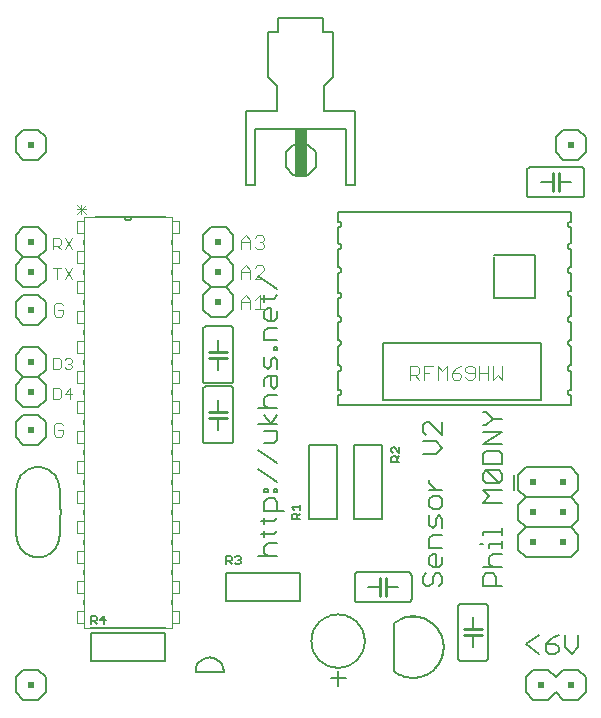
<source format=gto>
G75*
%MOIN*%
%OFA0B0*%
%FSLAX24Y24*%
%IPPOS*%
%LPD*%
%AMOC8*
5,1,8,0,0,1.08239X$1,22.5*
%
%ADD10C,0.0060*%
%ADD11C,0.0030*%
%ADD12C,0.0040*%
%ADD13C,0.0050*%
%ADD14C,0.0080*%
%ADD15R,0.0200X0.0200*%
%ADD16C,0.0000*%
%ADD17C,0.0100*%
%ADD18R,0.0394X0.1604*%
D10*
X003420Y003830D02*
X005940Y003830D01*
X006160Y004610D02*
X006160Y004750D01*
X006160Y005610D02*
X006160Y005750D01*
X006160Y006610D02*
X006160Y006750D01*
X006160Y007610D02*
X006160Y007750D01*
X006160Y008610D02*
X006160Y008750D01*
X006160Y009610D02*
X006160Y009750D01*
X006160Y010610D02*
X006160Y010750D01*
X006160Y011610D02*
X006160Y011750D01*
X006160Y012610D02*
X006160Y012750D01*
X006160Y013610D02*
X006160Y013750D01*
X006160Y014610D02*
X006160Y014750D01*
X006160Y015610D02*
X006160Y015750D01*
X006160Y016610D02*
X006160Y016750D01*
X005940Y017530D02*
X004800Y017530D01*
X004560Y017530D01*
X003590Y017530D01*
X003200Y016750D02*
X003200Y016610D01*
X003200Y015750D02*
X003200Y015610D01*
X003200Y014750D02*
X003200Y014610D01*
X003200Y013750D02*
X003200Y013610D01*
X003200Y012750D02*
X003200Y012610D01*
X003200Y011750D02*
X003200Y011610D01*
X003200Y010750D02*
X003200Y010610D01*
X003200Y009750D02*
X003200Y009610D01*
X003200Y008750D02*
X003200Y008610D01*
X003200Y007750D02*
X003200Y007610D01*
X003200Y006750D02*
X003200Y006610D01*
X003200Y005750D02*
X003200Y005610D01*
X003200Y004750D02*
X003200Y004610D01*
X007280Y009980D02*
X008080Y009980D01*
X008097Y009982D01*
X008114Y009986D01*
X008130Y009993D01*
X008144Y010003D01*
X008157Y010016D01*
X008167Y010030D01*
X008174Y010046D01*
X008178Y010063D01*
X008180Y010080D01*
X008180Y011780D01*
X008178Y011797D01*
X008174Y011814D01*
X008167Y011830D01*
X008157Y011844D01*
X008144Y011857D01*
X008130Y011867D01*
X008114Y011874D01*
X008097Y011878D01*
X008080Y011880D01*
X007280Y011880D01*
X007263Y011878D01*
X007246Y011874D01*
X007230Y011867D01*
X007216Y011857D01*
X007203Y011844D01*
X007193Y011830D01*
X007186Y011814D01*
X007182Y011797D01*
X007180Y011780D01*
X007180Y010080D01*
X007182Y010063D01*
X007186Y010046D01*
X007193Y010030D01*
X007203Y010016D01*
X007216Y010003D01*
X007230Y009993D01*
X007246Y009986D01*
X007263Y009982D01*
X007280Y009980D01*
X007680Y010430D02*
X007680Y010780D01*
X007680Y010830D01*
X007680Y011030D02*
X007680Y011080D01*
X007680Y011430D01*
X007280Y011980D02*
X008080Y011980D01*
X008097Y011982D01*
X008114Y011986D01*
X008130Y011993D01*
X008144Y012003D01*
X008157Y012016D01*
X008167Y012030D01*
X008174Y012046D01*
X008178Y012063D01*
X008180Y012080D01*
X008180Y013780D01*
X008178Y013797D01*
X008174Y013814D01*
X008167Y013830D01*
X008157Y013844D01*
X008144Y013857D01*
X008130Y013867D01*
X008114Y013874D01*
X008097Y013878D01*
X008080Y013880D01*
X007280Y013880D01*
X007263Y013878D01*
X007246Y013874D01*
X007230Y013867D01*
X007216Y013857D01*
X007203Y013844D01*
X007193Y013830D01*
X007186Y013814D01*
X007182Y013797D01*
X007180Y013780D01*
X007180Y012080D01*
X007182Y012063D01*
X007186Y012046D01*
X007193Y012030D01*
X007203Y012016D01*
X007216Y012003D01*
X007230Y011993D01*
X007246Y011986D01*
X007263Y011982D01*
X007280Y011980D01*
X007680Y012430D02*
X007680Y012780D01*
X007680Y012830D01*
X007680Y013030D02*
X007680Y013080D01*
X007680Y013430D01*
X009116Y014803D02*
X009543Y014803D01*
X009650Y014910D01*
X009650Y015126D02*
X009009Y015553D01*
X009223Y014910D02*
X009223Y014697D01*
X009330Y014479D02*
X009436Y014479D01*
X009436Y014052D01*
X009330Y014052D02*
X009543Y014052D01*
X009650Y014159D01*
X009650Y014372D01*
X009330Y014479D02*
X009223Y014372D01*
X009223Y014159D01*
X009330Y014052D01*
X009330Y013835D02*
X009650Y013835D01*
X009650Y013407D02*
X009223Y013407D01*
X009223Y013728D01*
X009330Y013835D01*
X009543Y013192D02*
X009650Y013192D01*
X009650Y013085D01*
X009543Y013085D01*
X009543Y013192D01*
X009543Y012868D02*
X009436Y012761D01*
X009436Y012547D01*
X009330Y012441D01*
X009223Y012547D01*
X009223Y012868D01*
X009543Y012868D02*
X009650Y012761D01*
X009650Y012441D01*
X009650Y012223D02*
X009650Y011903D01*
X009543Y011796D01*
X009436Y011903D01*
X009436Y012223D01*
X009330Y012223D02*
X009223Y012116D01*
X009223Y011903D01*
X009330Y012223D02*
X009650Y012223D01*
X009650Y011579D02*
X009330Y011579D01*
X009223Y011472D01*
X009223Y011258D01*
X009330Y011152D01*
X009223Y010935D02*
X009436Y010614D01*
X009650Y010935D01*
X009650Y011152D02*
X009009Y011152D01*
X009009Y010614D02*
X009650Y010614D01*
X009650Y010397D02*
X009223Y010397D01*
X009223Y009970D02*
X009543Y009970D01*
X009650Y010077D01*
X009650Y010397D01*
X009009Y009752D02*
X009650Y009325D01*
X009650Y008681D02*
X009009Y009108D01*
X009223Y008465D02*
X009330Y008465D01*
X009330Y008358D01*
X009223Y008358D01*
X009223Y008465D01*
X009543Y008465D02*
X009650Y008465D01*
X009650Y008358D01*
X009543Y008358D01*
X009543Y008465D01*
X009543Y008141D02*
X009330Y008141D01*
X009223Y008034D01*
X009223Y007714D01*
X009864Y007714D01*
X009650Y007714D02*
X009650Y008034D01*
X009543Y008141D01*
X009650Y007498D02*
X009543Y007391D01*
X009116Y007391D01*
X009223Y007284D02*
X009223Y007498D01*
X009223Y007068D02*
X009223Y006855D01*
X009116Y006961D02*
X009543Y006961D01*
X009650Y007068D01*
X009650Y006637D02*
X009330Y006637D01*
X009223Y006530D01*
X009223Y006317D01*
X009330Y006210D01*
X009650Y006210D02*
X009009Y006210D01*
X011680Y004270D02*
X011622Y004268D01*
X011564Y004262D01*
X011507Y004253D01*
X011451Y004240D01*
X011396Y004223D01*
X011341Y004203D01*
X011289Y004179D01*
X011238Y004151D01*
X011188Y004121D01*
X011141Y004087D01*
X011096Y004050D01*
X011054Y004011D01*
X011015Y003969D01*
X010978Y003924D01*
X010944Y003877D01*
X010914Y003828D01*
X010886Y003776D01*
X010862Y003724D01*
X010842Y003669D01*
X010825Y003614D01*
X010812Y003558D01*
X010803Y003501D01*
X010797Y003443D01*
X010795Y003385D01*
X010797Y003327D01*
X010803Y003269D01*
X010812Y003212D01*
X010825Y003156D01*
X010842Y003101D01*
X010862Y003046D01*
X010886Y002994D01*
X010914Y002943D01*
X010944Y002893D01*
X010978Y002846D01*
X011015Y002801D01*
X011054Y002759D01*
X011096Y002720D01*
X011141Y002683D01*
X011188Y002649D01*
X011237Y002619D01*
X011289Y002591D01*
X011341Y002567D01*
X011396Y002547D01*
X011451Y002530D01*
X011507Y002517D01*
X011564Y002508D01*
X011622Y002502D01*
X011680Y002500D01*
X011680Y002400D02*
X011680Y001900D01*
X011680Y002400D01*
X011430Y002150D02*
X011930Y002150D01*
X011430Y002150D01*
X011680Y002500D02*
X011738Y002502D01*
X011796Y002508D01*
X011853Y002517D01*
X011909Y002530D01*
X011964Y002547D01*
X012019Y002567D01*
X012071Y002591D01*
X012123Y002619D01*
X012172Y002649D01*
X012219Y002683D01*
X012264Y002720D01*
X012306Y002759D01*
X012345Y002801D01*
X012382Y002846D01*
X012416Y002893D01*
X012446Y002943D01*
X012474Y002994D01*
X012498Y003046D01*
X012518Y003101D01*
X012535Y003156D01*
X012548Y003212D01*
X012557Y003269D01*
X012563Y003327D01*
X012565Y003385D01*
X012563Y003443D01*
X012557Y003501D01*
X012548Y003558D01*
X012535Y003614D01*
X012518Y003669D01*
X012498Y003724D01*
X012474Y003776D01*
X012446Y003828D01*
X012416Y003877D01*
X012382Y003924D01*
X012345Y003969D01*
X012306Y004011D01*
X012264Y004050D01*
X012219Y004087D01*
X012172Y004121D01*
X012122Y004151D01*
X012071Y004179D01*
X012019Y004203D01*
X011964Y004223D01*
X011909Y004240D01*
X011853Y004253D01*
X011796Y004262D01*
X011738Y004268D01*
X011680Y004270D01*
X012230Y004780D02*
X012230Y005580D01*
X012232Y005597D01*
X012236Y005614D01*
X012243Y005630D01*
X012253Y005644D01*
X012266Y005657D01*
X012280Y005667D01*
X012296Y005674D01*
X012313Y005678D01*
X012330Y005680D01*
X014030Y005680D01*
X014047Y005678D01*
X014064Y005674D01*
X014080Y005667D01*
X014094Y005657D01*
X014107Y005644D01*
X014117Y005630D01*
X014124Y005614D01*
X014128Y005597D01*
X014130Y005580D01*
X014130Y004780D01*
X014128Y004763D01*
X014124Y004746D01*
X014117Y004730D01*
X014107Y004716D01*
X014094Y004703D01*
X014080Y004693D01*
X014064Y004686D01*
X014047Y004682D01*
X014030Y004680D01*
X012330Y004680D01*
X012313Y004682D01*
X012296Y004686D01*
X012280Y004693D01*
X012266Y004703D01*
X012253Y004716D01*
X012243Y004730D01*
X012236Y004746D01*
X012232Y004763D01*
X012230Y004780D01*
X012680Y005180D02*
X013030Y005180D01*
X013080Y005180D01*
X013280Y005180D02*
X013330Y005180D01*
X013680Y005180D01*
X014509Y005317D02*
X014616Y005210D01*
X014723Y005210D01*
X014830Y005317D01*
X014830Y005530D01*
X014936Y005637D01*
X015043Y005637D01*
X015150Y005530D01*
X015150Y005317D01*
X015043Y005210D01*
X014616Y005637D02*
X014509Y005530D01*
X014509Y005317D01*
X014830Y005855D02*
X014723Y005961D01*
X014723Y006175D01*
X014830Y006282D01*
X014936Y006282D01*
X014936Y005855D01*
X014830Y005855D02*
X015043Y005855D01*
X015150Y005961D01*
X015150Y006175D01*
X015150Y006499D02*
X014723Y006499D01*
X014723Y006819D01*
X014830Y006926D01*
X015150Y006926D01*
X015150Y007144D02*
X015150Y007464D01*
X015043Y007571D01*
X014936Y007464D01*
X014936Y007250D01*
X014830Y007144D01*
X014723Y007250D01*
X014723Y007571D01*
X014830Y007788D02*
X014723Y007895D01*
X014723Y008108D01*
X014830Y008215D01*
X015043Y008215D01*
X015150Y008108D01*
X015150Y007895D01*
X015043Y007788D01*
X014830Y007788D01*
X014936Y008433D02*
X014723Y008646D01*
X014723Y008753D01*
X014723Y008433D02*
X015150Y008433D01*
X014936Y009614D02*
X014509Y009614D01*
X014509Y010041D02*
X014936Y010041D01*
X015150Y009828D01*
X014936Y009614D01*
X015150Y010259D02*
X014723Y010686D01*
X014616Y010686D01*
X014509Y010579D01*
X014509Y010366D01*
X014616Y010259D01*
X015150Y010259D02*
X015150Y010686D01*
X016509Y010581D02*
X016616Y010581D01*
X016830Y010795D01*
X017150Y010795D01*
X016830Y010795D02*
X016616Y011008D01*
X016509Y011008D01*
X016509Y010364D02*
X017150Y010364D01*
X016509Y009937D01*
X017150Y009937D01*
X017043Y009719D02*
X017150Y009612D01*
X017150Y009292D01*
X016509Y009292D01*
X016509Y009612D01*
X016616Y009719D01*
X017043Y009719D01*
X017043Y009075D02*
X016616Y009075D01*
X017043Y008648D01*
X017150Y008754D01*
X017150Y008968D01*
X017043Y009075D01*
X016616Y009075D02*
X016509Y008968D01*
X016509Y008754D01*
X016616Y008648D01*
X017043Y008648D01*
X017150Y008430D02*
X016509Y008430D01*
X016723Y008217D01*
X016509Y008003D01*
X017150Y008003D01*
X017150Y007142D02*
X017150Y006929D01*
X017150Y007036D02*
X016509Y007036D01*
X016509Y006929D01*
X016509Y006606D02*
X016403Y006606D01*
X016723Y006606D02*
X016723Y006499D01*
X016723Y006606D02*
X017150Y006606D01*
X017150Y006499D02*
X017150Y006713D01*
X017150Y006282D02*
X016830Y006282D01*
X016723Y006175D01*
X016723Y005961D01*
X016830Y005855D01*
X016830Y005637D02*
X016616Y005637D01*
X016509Y005530D01*
X016509Y005210D01*
X017150Y005210D01*
X016936Y005210D02*
X016936Y005530D01*
X016830Y005637D01*
X017150Y005855D02*
X016509Y005855D01*
X016580Y004630D02*
X015780Y004630D01*
X015763Y004628D01*
X015746Y004624D01*
X015730Y004617D01*
X015716Y004607D01*
X015703Y004594D01*
X015693Y004580D01*
X015686Y004564D01*
X015682Y004547D01*
X015680Y004530D01*
X015680Y002830D01*
X015682Y002813D01*
X015686Y002796D01*
X015693Y002780D01*
X015703Y002766D01*
X015716Y002753D01*
X015730Y002743D01*
X015746Y002736D01*
X015763Y002732D01*
X015780Y002730D01*
X016580Y002730D01*
X016597Y002732D01*
X016614Y002736D01*
X016630Y002743D01*
X016644Y002753D01*
X016657Y002766D01*
X016667Y002780D01*
X016674Y002796D01*
X016678Y002813D01*
X016680Y002830D01*
X016680Y004530D01*
X016678Y004547D01*
X016674Y004564D01*
X016667Y004580D01*
X016657Y004594D01*
X016644Y004607D01*
X016630Y004617D01*
X016614Y004624D01*
X016597Y004628D01*
X016580Y004630D01*
X016180Y004180D02*
X016180Y003830D01*
X016180Y003780D01*
X016180Y003580D02*
X016180Y003530D01*
X016180Y003180D01*
X017960Y003280D02*
X018387Y002960D01*
X018605Y003067D02*
X018605Y003280D01*
X018925Y003280D01*
X019032Y003174D01*
X019032Y003067D01*
X018925Y002960D01*
X018711Y002960D01*
X018605Y003067D01*
X018605Y003280D02*
X018818Y003494D01*
X019032Y003601D01*
X019249Y003601D02*
X019249Y003174D01*
X019463Y002960D01*
X019676Y003174D01*
X019676Y003601D01*
X018387Y003601D02*
X017960Y003280D01*
X013560Y003990D02*
X013612Y004027D01*
X013665Y004060D01*
X013720Y004091D01*
X013778Y004117D01*
X013836Y004141D01*
X013896Y004160D01*
X013957Y004176D01*
X014019Y004188D01*
X014082Y004196D01*
X014145Y004200D01*
X014208Y004201D01*
X014271Y004197D01*
X014334Y004190D01*
X014396Y004178D01*
X014457Y004163D01*
X014517Y004144D01*
X014576Y004122D01*
X014634Y004096D01*
X014689Y004066D01*
X014743Y004033D01*
X014795Y003997D01*
X014844Y003957D01*
X014891Y003915D01*
X014935Y003870D01*
X014976Y003822D01*
X015014Y003772D01*
X015049Y003719D01*
X015081Y003665D01*
X015109Y003608D01*
X015134Y003550D01*
X015155Y003491D01*
X015172Y003430D01*
X015185Y003368D01*
X015195Y003306D01*
X015201Y003243D01*
X015203Y003180D01*
X015201Y003117D01*
X015195Y003054D01*
X015185Y002992D01*
X015172Y002930D01*
X015155Y002869D01*
X015134Y002810D01*
X015109Y002752D01*
X015081Y002695D01*
X015049Y002641D01*
X015014Y002588D01*
X014976Y002538D01*
X014935Y002490D01*
X014891Y002445D01*
X014844Y002403D01*
X014795Y002363D01*
X014743Y002327D01*
X014689Y002294D01*
X014634Y002264D01*
X014576Y002238D01*
X014517Y002216D01*
X014457Y002197D01*
X014396Y002182D01*
X014334Y002170D01*
X014271Y002163D01*
X014208Y002159D01*
X014145Y002160D01*
X014082Y002164D01*
X014019Y002172D01*
X013957Y002184D01*
X013896Y002200D01*
X013836Y002219D01*
X013778Y002243D01*
X013720Y002269D01*
X013665Y002300D01*
X013612Y002333D01*
X013560Y002370D01*
X013560Y003990D01*
X013560Y003250D02*
X013560Y003090D01*
X013740Y004110D02*
X013798Y004136D01*
X013857Y004157D01*
X013918Y004175D01*
X013979Y004189D01*
X014042Y004199D01*
X014104Y004205D01*
X014168Y004208D01*
X014231Y004207D01*
X014294Y004201D01*
X014356Y004192D01*
X014418Y004179D01*
X014479Y004162D01*
X014539Y004142D01*
X014597Y004118D01*
X014654Y004090D01*
X014709Y004059D01*
X014761Y004024D01*
X014812Y003986D01*
X014860Y003946D01*
X014906Y003902D01*
X014949Y003856D01*
X014989Y003807D01*
X015026Y003755D01*
X015059Y003702D01*
X015090Y003647D01*
X015116Y003589D01*
X015140Y003531D01*
X015159Y003471D01*
X015175Y003409D01*
X015187Y003347D01*
X015195Y003285D01*
X015199Y003222D01*
X015200Y003159D01*
X015196Y003096D01*
X015189Y003033D01*
X015178Y002971D01*
X015162Y002909D01*
X015144Y002849D01*
X015121Y002790D01*
X015095Y002732D01*
X015065Y002677D01*
X015033Y002623D01*
X014996Y002571D01*
X014957Y002522D01*
X014915Y002475D01*
X014870Y002431D01*
X014822Y002389D01*
X014772Y002351D01*
X014719Y002316D01*
X014664Y002284D01*
X014608Y002256D01*
X014550Y002231D01*
X014491Y002210D01*
X014430Y002192D01*
X014368Y002178D01*
X014306Y002168D01*
X014243Y002162D01*
X014180Y002160D01*
X014122Y002162D01*
X014065Y002166D01*
X014007Y002174D01*
X013950Y002185D01*
X013894Y002200D01*
X013838Y002217D01*
X013784Y002237D01*
X013730Y002260D01*
X011680Y002500D02*
X011622Y002502D01*
X011564Y002508D01*
X011507Y002517D01*
X011451Y002530D01*
X011396Y002547D01*
X011341Y002567D01*
X011289Y002591D01*
X011237Y002619D01*
X011188Y002649D01*
X011141Y002683D01*
X011096Y002720D01*
X011054Y002759D01*
X011015Y002801D01*
X010978Y002846D01*
X010944Y002893D01*
X010914Y002943D01*
X010886Y002994D01*
X010862Y003046D01*
X010842Y003101D01*
X010825Y003156D01*
X010812Y003212D01*
X010803Y003269D01*
X010797Y003327D01*
X010795Y003385D01*
X010797Y003443D01*
X010803Y003501D01*
X010812Y003558D01*
X010825Y003614D01*
X010842Y003669D01*
X010862Y003724D01*
X010886Y003776D01*
X010914Y003828D01*
X010944Y003877D01*
X010978Y003924D01*
X011015Y003969D01*
X011054Y004011D01*
X011096Y004050D01*
X011141Y004087D01*
X011188Y004121D01*
X011238Y004151D01*
X011289Y004179D01*
X011341Y004203D01*
X011396Y004223D01*
X011451Y004240D01*
X011507Y004253D01*
X011564Y004262D01*
X011622Y004268D01*
X011680Y004270D01*
X011738Y004268D01*
X011796Y004262D01*
X011853Y004253D01*
X011909Y004240D01*
X011964Y004223D01*
X012019Y004203D01*
X012071Y004179D01*
X012122Y004151D01*
X012172Y004121D01*
X012219Y004087D01*
X012264Y004050D01*
X012306Y004011D01*
X012345Y003969D01*
X012382Y003924D01*
X012416Y003877D01*
X012446Y003828D01*
X012474Y003776D01*
X012498Y003724D01*
X012518Y003669D01*
X012535Y003614D01*
X012548Y003558D01*
X012557Y003501D01*
X012563Y003443D01*
X012565Y003385D01*
X012563Y003327D01*
X012557Y003269D01*
X012548Y003212D01*
X012535Y003156D01*
X012518Y003101D01*
X012498Y003046D01*
X012474Y002994D01*
X012446Y002943D01*
X012416Y002893D01*
X012382Y002846D01*
X012345Y002801D01*
X012306Y002759D01*
X012264Y002720D01*
X012219Y002683D01*
X012172Y002649D01*
X012123Y002619D01*
X012071Y002591D01*
X012019Y002567D01*
X011964Y002547D01*
X011909Y002530D01*
X011853Y002517D01*
X011796Y002508D01*
X011738Y002502D01*
X011680Y002500D01*
X004800Y017530D02*
X004798Y017509D01*
X004793Y017489D01*
X004784Y017470D01*
X004772Y017453D01*
X004757Y017438D01*
X004740Y017426D01*
X004721Y017417D01*
X004701Y017412D01*
X004680Y017410D01*
X004659Y017412D01*
X004639Y017417D01*
X004620Y017426D01*
X004603Y017438D01*
X004588Y017453D01*
X004576Y017470D01*
X004567Y017489D01*
X004562Y017509D01*
X004560Y017530D01*
X017980Y018280D02*
X017980Y019080D01*
X017982Y019097D01*
X017986Y019114D01*
X017993Y019130D01*
X018003Y019144D01*
X018016Y019157D01*
X018030Y019167D01*
X018046Y019174D01*
X018063Y019178D01*
X018080Y019180D01*
X019780Y019180D01*
X019797Y019178D01*
X019814Y019174D01*
X019830Y019167D01*
X019844Y019157D01*
X019857Y019144D01*
X019867Y019130D01*
X019874Y019114D01*
X019878Y019097D01*
X019880Y019080D01*
X019880Y018280D01*
X019878Y018263D01*
X019874Y018246D01*
X019867Y018230D01*
X019857Y018216D01*
X019844Y018203D01*
X019830Y018193D01*
X019814Y018186D01*
X019797Y018182D01*
X019780Y018180D01*
X018080Y018180D01*
X018063Y018182D01*
X018046Y018186D01*
X018030Y018193D01*
X018016Y018203D01*
X018003Y018216D01*
X017993Y018230D01*
X017986Y018246D01*
X017982Y018263D01*
X017980Y018280D01*
X018430Y018680D02*
X018780Y018680D01*
X018830Y018680D01*
X019030Y018680D02*
X019080Y018680D01*
X019430Y018680D01*
D11*
X003279Y017927D02*
X002965Y017613D01*
X003279Y017927D01*
X003279Y017770D02*
X002965Y017770D01*
X003279Y017770D01*
X003279Y017613D02*
X002965Y017927D01*
X003279Y017613D01*
X003122Y017613D02*
X003122Y017927D01*
X003122Y017613D01*
X002810Y016815D02*
X002563Y016445D01*
X002442Y016445D02*
X002318Y016568D01*
X002380Y016568D02*
X002195Y016568D01*
X002195Y016445D02*
X002195Y016815D01*
X002380Y016815D01*
X002442Y016754D01*
X002442Y016630D01*
X002380Y016568D01*
X002563Y016815D02*
X002810Y016445D01*
X002810Y015815D02*
X002563Y015445D01*
X002318Y015445D02*
X002318Y015815D01*
X002195Y015815D02*
X002442Y015815D01*
X002563Y015815D02*
X002810Y015445D01*
X002748Y012815D02*
X002810Y012754D01*
X002810Y012692D01*
X002748Y012630D01*
X002810Y012568D01*
X002810Y012507D01*
X002748Y012445D01*
X002625Y012445D01*
X002563Y012507D01*
X002442Y012507D02*
X002442Y012754D01*
X002380Y012815D01*
X002195Y012815D01*
X002195Y012445D01*
X002380Y012445D01*
X002442Y012507D01*
X002687Y012630D02*
X002748Y012630D01*
X002748Y012815D02*
X002625Y012815D01*
X002563Y012754D01*
X002380Y011815D02*
X002195Y011815D01*
X002195Y011445D01*
X002380Y011445D01*
X002442Y011507D01*
X002442Y011754D01*
X002380Y011815D01*
X002563Y011630D02*
X002810Y011630D01*
X002748Y011445D02*
X002748Y011815D01*
X002563Y011630D01*
D12*
X002430Y010660D02*
X002277Y010660D01*
X002200Y010584D01*
X002200Y010277D01*
X002277Y010200D01*
X002430Y010200D01*
X002507Y010277D01*
X002507Y010430D01*
X002353Y010430D01*
X002507Y010584D02*
X002430Y010660D01*
X002430Y014200D02*
X002277Y014200D01*
X002200Y014277D01*
X002200Y014584D01*
X002277Y014660D01*
X002430Y014660D01*
X002507Y014584D01*
X002507Y014430D02*
X002353Y014430D01*
X002507Y014430D02*
X002507Y014277D01*
X002430Y014200D01*
X008450Y014450D02*
X008450Y014757D01*
X008603Y014910D01*
X008757Y014757D01*
X008757Y014450D01*
X008910Y014450D02*
X009217Y014450D01*
X009064Y014450D02*
X009064Y014910D01*
X008910Y014757D01*
X008757Y014680D02*
X008450Y014680D01*
X008450Y015450D02*
X008450Y015757D01*
X008603Y015910D01*
X008757Y015757D01*
X008757Y015450D01*
X008910Y015450D02*
X009217Y015757D01*
X009217Y015834D01*
X009141Y015910D01*
X008987Y015910D01*
X008910Y015834D01*
X008757Y015680D02*
X008450Y015680D01*
X008910Y015450D02*
X009217Y015450D01*
X009141Y016450D02*
X008987Y016450D01*
X008910Y016527D01*
X008757Y016450D02*
X008757Y016757D01*
X008603Y016910D01*
X008450Y016757D01*
X008450Y016450D01*
X008450Y016680D02*
X008757Y016680D01*
X008910Y016834D02*
X008987Y016910D01*
X009141Y016910D01*
X009217Y016834D01*
X009217Y016757D01*
X009141Y016680D01*
X009217Y016603D01*
X009217Y016527D01*
X009141Y016450D01*
X009141Y016680D02*
X009064Y016680D01*
X014086Y012555D02*
X014086Y012094D01*
X014086Y012248D02*
X014316Y012248D01*
X014392Y012324D01*
X014392Y012478D01*
X014316Y012555D01*
X014086Y012555D01*
X014239Y012248D02*
X014392Y012094D01*
X014546Y012094D02*
X014546Y012555D01*
X014853Y012555D01*
X015006Y012555D02*
X015160Y012401D01*
X015313Y012555D01*
X015313Y012094D01*
X015467Y012171D02*
X015543Y012094D01*
X015697Y012094D01*
X015774Y012171D01*
X015774Y012248D01*
X015697Y012324D01*
X015467Y012324D01*
X015467Y012171D01*
X015467Y012324D02*
X015620Y012478D01*
X015774Y012555D01*
X015927Y012478D02*
X015927Y012401D01*
X016004Y012324D01*
X016234Y012324D01*
X016234Y012171D02*
X016234Y012478D01*
X016157Y012555D01*
X016004Y012555D01*
X015927Y012478D01*
X015927Y012171D02*
X016004Y012094D01*
X016157Y012094D01*
X016234Y012171D01*
X016387Y012094D02*
X016387Y012555D01*
X016387Y012324D02*
X016694Y012324D01*
X016694Y012094D02*
X016694Y012555D01*
X016848Y012555D02*
X016848Y012094D01*
X017001Y012248D01*
X017155Y012094D01*
X017155Y012555D01*
X015006Y012555D02*
X015006Y012094D01*
X014699Y012324D02*
X014546Y012324D01*
D13*
X013180Y011430D02*
X018430Y011430D01*
X018430Y013305D01*
X013180Y013305D01*
X013180Y011430D01*
X011693Y011570D02*
X011693Y011256D01*
X019430Y011256D01*
X019430Y011570D01*
X019412Y011572D01*
X019395Y011577D01*
X019378Y011585D01*
X019364Y011596D01*
X019352Y011609D01*
X019342Y011624D01*
X019336Y011641D01*
X019332Y011659D01*
X019332Y011677D01*
X019336Y011695D01*
X019342Y011712D01*
X019352Y011727D01*
X019364Y011740D01*
X019378Y011751D01*
X019395Y011759D01*
X019412Y011764D01*
X019430Y011766D01*
X019430Y011767D02*
X019430Y012382D01*
X019430Y012383D02*
X019412Y012385D01*
X019395Y012390D01*
X019378Y012398D01*
X019364Y012409D01*
X019352Y012422D01*
X019342Y012437D01*
X019336Y012454D01*
X019332Y012472D01*
X019332Y012490D01*
X019336Y012508D01*
X019342Y012525D01*
X019352Y012540D01*
X019364Y012553D01*
X019378Y012564D01*
X019395Y012572D01*
X019412Y012577D01*
X019430Y012579D01*
X019430Y013232D01*
X019430Y013233D02*
X019412Y013235D01*
X019395Y013240D01*
X019378Y013248D01*
X019364Y013259D01*
X019352Y013272D01*
X019342Y013287D01*
X019336Y013304D01*
X019332Y013322D01*
X019332Y013340D01*
X019336Y013358D01*
X019342Y013375D01*
X019352Y013390D01*
X019364Y013403D01*
X019378Y013414D01*
X019395Y013422D01*
X019412Y013427D01*
X019430Y013429D01*
X019430Y014020D01*
X019412Y014022D01*
X019395Y014027D01*
X019378Y014035D01*
X019364Y014046D01*
X019352Y014059D01*
X019342Y014074D01*
X019336Y014091D01*
X019332Y014109D01*
X019332Y014127D01*
X019336Y014145D01*
X019342Y014162D01*
X019352Y014177D01*
X019364Y014190D01*
X019378Y014201D01*
X019395Y014209D01*
X019412Y014214D01*
X019430Y014216D01*
X019430Y014869D01*
X019430Y014870D02*
X019412Y014872D01*
X019395Y014877D01*
X019378Y014885D01*
X019364Y014896D01*
X019352Y014909D01*
X019342Y014924D01*
X019336Y014941D01*
X019332Y014959D01*
X019332Y014977D01*
X019336Y014995D01*
X019342Y015012D01*
X019352Y015027D01*
X019364Y015040D01*
X019378Y015051D01*
X019395Y015059D01*
X019412Y015064D01*
X019430Y015066D01*
X019430Y015657D01*
X019412Y015659D01*
X019395Y015664D01*
X019378Y015672D01*
X019364Y015683D01*
X019352Y015696D01*
X019342Y015711D01*
X019336Y015728D01*
X019332Y015746D01*
X019332Y015764D01*
X019336Y015782D01*
X019342Y015799D01*
X019352Y015814D01*
X019364Y015827D01*
X019378Y015838D01*
X019395Y015846D01*
X019412Y015851D01*
X019430Y015853D01*
X019430Y015854D02*
X019430Y016444D01*
X019430Y016445D02*
X019412Y016447D01*
X019395Y016452D01*
X019378Y016460D01*
X019364Y016471D01*
X019352Y016484D01*
X019342Y016499D01*
X019336Y016516D01*
X019332Y016534D01*
X019332Y016552D01*
X019336Y016570D01*
X019342Y016587D01*
X019352Y016602D01*
X019364Y016615D01*
X019378Y016626D01*
X019395Y016634D01*
X019412Y016639D01*
X019430Y016641D01*
X019430Y017169D01*
X019430Y017170D02*
X019412Y017172D01*
X019395Y017177D01*
X019378Y017185D01*
X019364Y017196D01*
X019352Y017209D01*
X019342Y017224D01*
X019336Y017241D01*
X019332Y017259D01*
X019332Y017277D01*
X019336Y017295D01*
X019342Y017312D01*
X019352Y017327D01*
X019364Y017340D01*
X019378Y017351D01*
X019395Y017359D01*
X019412Y017364D01*
X019430Y017366D01*
X019430Y017680D01*
X011693Y017680D01*
X011693Y017366D01*
X011711Y017364D01*
X011728Y017359D01*
X011745Y017351D01*
X011759Y017340D01*
X011771Y017327D01*
X011781Y017312D01*
X011787Y017295D01*
X011791Y017277D01*
X011791Y017259D01*
X011787Y017241D01*
X011781Y017224D01*
X011771Y017209D01*
X011759Y017196D01*
X011745Y017185D01*
X011728Y017177D01*
X011711Y017172D01*
X011693Y017170D01*
X011693Y017169D02*
X011693Y016641D01*
X011711Y016639D01*
X011728Y016634D01*
X011745Y016626D01*
X011759Y016615D01*
X011771Y016602D01*
X011781Y016587D01*
X011787Y016570D01*
X011791Y016552D01*
X011791Y016534D01*
X011787Y016516D01*
X011781Y016499D01*
X011771Y016484D01*
X011759Y016471D01*
X011745Y016460D01*
X011728Y016452D01*
X011711Y016447D01*
X011693Y016445D01*
X011693Y016444D02*
X011693Y015854D01*
X011693Y015853D02*
X011711Y015851D01*
X011728Y015846D01*
X011745Y015838D01*
X011759Y015827D01*
X011771Y015814D01*
X011781Y015799D01*
X011787Y015782D01*
X011791Y015764D01*
X011791Y015746D01*
X011787Y015728D01*
X011781Y015711D01*
X011771Y015696D01*
X011759Y015683D01*
X011745Y015672D01*
X011728Y015664D01*
X011711Y015659D01*
X011693Y015657D01*
X011693Y015004D01*
X011693Y015003D02*
X011711Y015001D01*
X011728Y014996D01*
X011745Y014988D01*
X011759Y014977D01*
X011771Y014964D01*
X011781Y014949D01*
X011787Y014932D01*
X011791Y014914D01*
X011791Y014896D01*
X011787Y014878D01*
X011781Y014861D01*
X011771Y014846D01*
X011759Y014833D01*
X011745Y014822D01*
X011728Y014814D01*
X011711Y014809D01*
X011693Y014807D01*
X011693Y014216D01*
X011711Y014214D01*
X011728Y014209D01*
X011745Y014201D01*
X011759Y014190D01*
X011771Y014177D01*
X011781Y014162D01*
X011787Y014145D01*
X011791Y014127D01*
X011791Y014109D01*
X011787Y014091D01*
X011781Y014074D01*
X011771Y014059D01*
X011759Y014046D01*
X011745Y014035D01*
X011728Y014027D01*
X011711Y014022D01*
X011693Y014020D01*
X011693Y013429D01*
X011711Y013427D01*
X011728Y013422D01*
X011745Y013414D01*
X011759Y013403D01*
X011771Y013390D01*
X011781Y013375D01*
X011787Y013358D01*
X011791Y013340D01*
X011791Y013322D01*
X011787Y013304D01*
X011781Y013287D01*
X011771Y013272D01*
X011759Y013259D01*
X011745Y013248D01*
X011728Y013240D01*
X011711Y013235D01*
X011693Y013233D01*
X011693Y013232D02*
X011693Y012579D01*
X011711Y012577D01*
X011728Y012572D01*
X011745Y012564D01*
X011759Y012553D01*
X011771Y012540D01*
X011781Y012525D01*
X011787Y012508D01*
X011791Y012490D01*
X011791Y012472D01*
X011787Y012454D01*
X011781Y012437D01*
X011771Y012422D01*
X011759Y012409D01*
X011745Y012398D01*
X011728Y012390D01*
X011711Y012385D01*
X011693Y012383D01*
X011693Y012382D02*
X011693Y011767D01*
X011693Y011766D02*
X011711Y011764D01*
X011728Y011759D01*
X011745Y011751D01*
X011759Y011740D01*
X011771Y011727D01*
X011781Y011712D01*
X011787Y011695D01*
X011791Y011677D01*
X011791Y011659D01*
X011787Y011641D01*
X011781Y011624D01*
X011771Y011609D01*
X011759Y011596D01*
X011745Y011585D01*
X011728Y011577D01*
X011711Y011572D01*
X011693Y011570D01*
X013455Y009795D02*
X013455Y009705D01*
X013500Y009660D01*
X013500Y009546D02*
X013590Y009546D01*
X013635Y009501D01*
X013635Y009366D01*
X013635Y009456D02*
X013725Y009546D01*
X013725Y009660D02*
X013545Y009841D01*
X013500Y009841D01*
X013455Y009795D01*
X013500Y009546D02*
X013455Y009501D01*
X013455Y009366D01*
X013725Y009366D01*
X013725Y009660D02*
X013725Y009841D01*
X010405Y007930D02*
X010405Y007750D01*
X010405Y007840D02*
X010135Y007840D01*
X010225Y007750D01*
X010180Y007635D02*
X010270Y007635D01*
X010315Y007590D01*
X010315Y007455D01*
X010405Y007455D02*
X010135Y007455D01*
X010135Y007590D01*
X010180Y007635D01*
X010315Y007545D02*
X010405Y007635D01*
X008430Y006180D02*
X008430Y006135D01*
X008385Y006090D01*
X008430Y006045D01*
X008430Y006000D01*
X008385Y005955D01*
X008295Y005955D01*
X008250Y006000D01*
X008135Y005955D02*
X008045Y006045D01*
X008090Y006045D02*
X007955Y006045D01*
X007955Y005955D02*
X007955Y006225D01*
X008090Y006225D01*
X008135Y006180D01*
X008135Y006090D01*
X008090Y006045D01*
X008250Y006180D02*
X008295Y006225D01*
X008385Y006225D01*
X008430Y006180D01*
X008385Y006090D02*
X008340Y006090D01*
X007868Y002368D02*
X006930Y002368D01*
X006932Y002410D01*
X006938Y002452D01*
X006947Y002493D01*
X006960Y002533D01*
X006976Y002571D01*
X006996Y002609D01*
X007020Y002644D01*
X007046Y002677D01*
X007075Y002707D01*
X007107Y002735D01*
X007141Y002759D01*
X007177Y002781D01*
X007215Y002799D01*
X007254Y002814D01*
X007295Y002825D01*
X007336Y002833D01*
X007378Y002837D01*
X007420Y002837D01*
X007462Y002833D01*
X007503Y002825D01*
X007544Y002814D01*
X007583Y002799D01*
X007621Y002781D01*
X007657Y002759D01*
X007691Y002735D01*
X007723Y002707D01*
X007752Y002677D01*
X007778Y002644D01*
X007802Y002609D01*
X007822Y002571D01*
X007838Y002533D01*
X007851Y002493D01*
X007860Y002452D01*
X007866Y002410D01*
X007868Y002368D01*
X003885Y003955D02*
X003885Y004225D01*
X003750Y004090D01*
X003930Y004090D01*
X003635Y004090D02*
X003635Y004180D01*
X003590Y004225D01*
X003455Y004225D01*
X003455Y003955D01*
X003455Y004045D02*
X003590Y004045D01*
X003635Y004090D01*
X003545Y004045D02*
X003635Y003955D01*
X016868Y014805D02*
X018243Y014805D01*
X018243Y016243D01*
X016868Y016243D01*
X016868Y016180D02*
X016868Y014805D01*
D14*
X001680Y001430D02*
X001180Y001430D01*
X000930Y001680D01*
X000930Y002180D01*
X001180Y002430D01*
X001680Y002430D01*
X001930Y002180D01*
X001930Y001680D01*
X001680Y001430D01*
X003440Y002708D02*
X005920Y002708D01*
X005920Y003652D01*
X003440Y003652D01*
X003440Y002708D01*
X002380Y006780D02*
X002370Y006728D01*
X002356Y006677D01*
X002338Y006627D01*
X002317Y006579D01*
X002292Y006532D01*
X002264Y006488D01*
X002232Y006445D01*
X002198Y006405D01*
X002160Y006368D01*
X002120Y006334D01*
X002078Y006302D01*
X002033Y006274D01*
X001986Y006250D01*
X001938Y006229D01*
X001888Y006211D01*
X001837Y006198D01*
X001785Y006188D01*
X001733Y006182D01*
X001680Y006180D01*
X001627Y006182D01*
X001575Y006188D01*
X001523Y006198D01*
X001472Y006211D01*
X001422Y006229D01*
X001374Y006250D01*
X001327Y006274D01*
X001282Y006302D01*
X001240Y006334D01*
X001200Y006368D01*
X001162Y006405D01*
X001128Y006445D01*
X001096Y006488D01*
X001068Y006532D01*
X001043Y006579D01*
X001022Y006627D01*
X001004Y006677D01*
X000990Y006728D01*
X000980Y006780D01*
X002380Y006780D02*
X002398Y006959D01*
X002412Y007139D01*
X002422Y007319D01*
X002428Y007500D01*
X002430Y007680D01*
X002428Y007860D01*
X002422Y008041D01*
X002412Y008221D01*
X002398Y008401D01*
X002380Y008580D01*
X002370Y008632D01*
X002356Y008683D01*
X002338Y008733D01*
X002317Y008781D01*
X002292Y008828D01*
X002264Y008872D01*
X002232Y008915D01*
X002198Y008955D01*
X002160Y008992D01*
X002120Y009026D01*
X002078Y009058D01*
X002033Y009086D01*
X001986Y009110D01*
X001938Y009131D01*
X001888Y009149D01*
X001837Y009162D01*
X001785Y009172D01*
X001733Y009178D01*
X001680Y009180D01*
X001627Y009178D01*
X001575Y009172D01*
X001523Y009162D01*
X001472Y009149D01*
X001422Y009131D01*
X001374Y009110D01*
X001327Y009086D01*
X001282Y009058D01*
X001240Y009026D01*
X001200Y008992D01*
X001162Y008955D01*
X001128Y008915D01*
X001096Y008872D01*
X001068Y008828D01*
X001043Y008781D01*
X001022Y008733D01*
X001004Y008683D01*
X000990Y008632D01*
X000980Y008580D01*
X001180Y009930D02*
X001680Y009930D01*
X001930Y010180D01*
X001930Y010680D01*
X001680Y010930D01*
X001180Y010930D01*
X000930Y010680D01*
X000930Y010180D01*
X001180Y009930D01*
X001180Y011180D02*
X001680Y011180D01*
X001930Y011430D01*
X001930Y011930D01*
X001680Y012180D01*
X001180Y012180D01*
X000930Y011930D01*
X000930Y011430D01*
X001180Y011180D01*
X001180Y012180D02*
X001680Y012180D01*
X001930Y012430D01*
X001930Y012930D01*
X001680Y013180D01*
X001180Y013180D01*
X000930Y012930D01*
X000930Y012430D01*
X001180Y012180D01*
X001180Y013930D02*
X001680Y013930D01*
X001930Y014180D01*
X001930Y014680D01*
X001680Y014930D01*
X001180Y014930D01*
X000930Y014680D01*
X000930Y014180D01*
X001180Y013930D01*
X001180Y015180D02*
X001680Y015180D01*
X001930Y015430D01*
X001930Y015930D01*
X001680Y016180D01*
X001930Y016430D01*
X001930Y016930D01*
X001680Y017180D01*
X001180Y017180D01*
X000930Y016930D01*
X000930Y016430D01*
X001180Y016180D01*
X001680Y016180D01*
X001180Y016180D01*
X000930Y015930D01*
X000930Y015430D01*
X001180Y015180D01*
X001180Y019430D02*
X001680Y019430D01*
X001930Y019680D01*
X001930Y020180D01*
X001680Y020430D01*
X001180Y020430D01*
X000930Y020180D01*
X000930Y019680D01*
X001180Y019430D01*
X007180Y016930D02*
X007180Y016430D01*
X007430Y016180D01*
X007930Y016180D01*
X008180Y016430D01*
X008180Y016930D01*
X007930Y017180D01*
X007430Y017180D01*
X007180Y016930D01*
X007430Y016180D02*
X007180Y015930D01*
X007180Y015430D01*
X007430Y015180D01*
X007930Y015180D01*
X008180Y015430D01*
X008180Y015930D01*
X007930Y016180D01*
X007430Y016180D01*
X007430Y015180D02*
X007180Y014930D01*
X007180Y014430D01*
X007430Y014180D01*
X007930Y014180D01*
X008180Y014430D01*
X008180Y014930D01*
X007930Y015180D01*
X007430Y015180D01*
X008599Y018599D02*
X008914Y018599D01*
X008914Y020469D01*
X011946Y020469D01*
X011946Y018599D01*
X012261Y018599D01*
X012261Y021040D01*
X012261Y020469D01*
X012261Y021040D02*
X011217Y021040D01*
X011217Y021887D01*
X011513Y022182D01*
X011513Y023678D01*
X011178Y023678D01*
X011178Y024141D01*
X009682Y024141D01*
X009682Y023678D01*
X009347Y023678D01*
X009347Y022182D01*
X009643Y021887D01*
X009643Y021040D01*
X008599Y021040D01*
X008599Y018599D01*
X009930Y019180D02*
X010180Y018930D01*
X010680Y018930D01*
X010930Y019180D01*
X010930Y019680D01*
X010680Y019930D01*
X010180Y019930D01*
X009930Y019680D01*
X009930Y019180D01*
X008599Y020469D02*
X008599Y021040D01*
X010708Y009920D02*
X011652Y009920D01*
X011652Y007440D01*
X010708Y007440D01*
X010708Y009920D01*
X012208Y009920D02*
X012208Y007440D01*
X013152Y007440D01*
X013152Y009920D01*
X012208Y009920D01*
X000980Y008580D02*
X000962Y008401D01*
X000948Y008221D01*
X000938Y008041D01*
X000932Y007860D01*
X000930Y007680D01*
X000932Y007500D01*
X000938Y007319D01*
X000948Y007139D01*
X000962Y006959D01*
X000980Y006780D01*
X007940Y005652D02*
X007940Y004708D01*
X010420Y004708D01*
X010420Y005652D01*
X007940Y005652D01*
X017680Y006430D02*
X017680Y006930D01*
X017930Y007180D01*
X019430Y007180D01*
X019680Y006930D01*
X019680Y006430D01*
X019430Y006180D01*
X017930Y006180D01*
X017680Y006430D01*
X017930Y007180D02*
X017680Y007430D01*
X017680Y007930D01*
X017930Y008180D01*
X019430Y008180D01*
X019680Y007930D01*
X019680Y007430D01*
X019430Y007180D01*
X019430Y008180D02*
X019680Y008430D01*
X019680Y008930D01*
X019430Y009180D01*
X017930Y009180D01*
X017680Y008930D01*
X017680Y008430D01*
X017930Y008180D01*
X017548Y008430D02*
X017548Y008930D01*
X018180Y002430D02*
X018680Y002430D01*
X018930Y002180D01*
X019180Y002430D01*
X019680Y002430D01*
X019930Y002180D01*
X019930Y001680D01*
X019680Y001430D01*
X019180Y001430D01*
X018930Y001680D01*
X018680Y001430D01*
X018180Y001430D01*
X017930Y001680D01*
X017930Y002180D01*
X018180Y002430D01*
X019180Y019430D02*
X019680Y019430D01*
X019930Y019680D01*
X019930Y020180D01*
X019680Y020430D01*
X019180Y020430D01*
X018930Y020180D01*
X018930Y019680D01*
X019180Y019430D01*
D15*
X019430Y019930D03*
X010430Y019430D03*
X007680Y016680D03*
X007680Y015680D03*
X007680Y014680D03*
X001430Y014430D03*
X001430Y015680D03*
X001430Y016680D03*
X001430Y019930D03*
X001430Y012680D03*
X001430Y011680D03*
X001430Y010430D03*
X001430Y001930D03*
X018180Y006680D03*
X018180Y007680D03*
X018180Y008680D03*
X019180Y008680D03*
X019180Y007680D03*
X019180Y006680D03*
X019430Y001930D03*
X018430Y001930D03*
D16*
X006380Y003980D02*
X006370Y004380D01*
X006150Y004380D01*
X006160Y003980D01*
X006380Y003980D01*
X006160Y003830D02*
X006160Y017530D01*
X004800Y017530D01*
X004560Y017530D01*
X003200Y017530D01*
X003200Y003830D01*
X006160Y003830D01*
X006160Y004980D02*
X006380Y004980D01*
X006370Y005380D01*
X006150Y005380D01*
X006160Y004980D01*
X006150Y005980D02*
X006370Y005980D01*
X006370Y006380D01*
X006150Y006380D01*
X006150Y005980D01*
X006150Y006980D02*
X006370Y006980D01*
X006370Y007380D01*
X006150Y007380D01*
X006150Y006980D01*
X006150Y007980D02*
X006370Y007980D01*
X006370Y008380D01*
X006150Y008380D01*
X006150Y007980D01*
X006150Y008980D02*
X006370Y008980D01*
X006370Y009380D01*
X006150Y009380D01*
X006150Y008980D01*
X006150Y009980D02*
X006370Y009980D01*
X006370Y010380D01*
X006150Y010380D01*
X006150Y009980D01*
X006150Y010980D02*
X006370Y010980D01*
X006370Y011380D01*
X006150Y011380D01*
X006150Y010980D01*
X006150Y011980D02*
X006370Y011980D01*
X006370Y012380D01*
X006150Y012380D01*
X006150Y011980D01*
X006150Y012980D02*
X006370Y012980D01*
X006370Y013380D01*
X006150Y013380D01*
X006150Y012980D01*
X006150Y013980D02*
X006370Y013980D01*
X006370Y014380D01*
X006150Y014380D01*
X006150Y013980D01*
X006150Y014980D02*
X006370Y014980D01*
X006370Y015380D01*
X006150Y015380D01*
X006150Y014980D01*
X006150Y015980D02*
X006370Y015980D01*
X006370Y016380D01*
X006150Y016380D01*
X006150Y015980D01*
X006150Y016980D02*
X006370Y016980D01*
X006370Y017380D01*
X006150Y017380D01*
X006150Y016980D01*
X004800Y017530D02*
X004798Y017509D01*
X004793Y017489D01*
X004784Y017470D01*
X004772Y017453D01*
X004757Y017438D01*
X004740Y017426D01*
X004721Y017417D01*
X004701Y017412D01*
X004680Y017410D01*
X004659Y017412D01*
X004639Y017417D01*
X004620Y017426D01*
X004603Y017438D01*
X004588Y017453D01*
X004576Y017470D01*
X004567Y017489D01*
X004562Y017509D01*
X004560Y017530D01*
X003200Y017380D02*
X003200Y016980D01*
X002980Y016980D01*
X002980Y017380D01*
X003200Y017380D01*
X003200Y016380D02*
X002980Y016380D01*
X002980Y015980D01*
X003200Y015980D01*
X003200Y016380D01*
X003200Y015380D02*
X002980Y015380D01*
X002980Y014980D01*
X003200Y014980D01*
X003200Y015380D01*
X003200Y014380D02*
X002980Y014380D01*
X002980Y013980D01*
X003200Y013980D01*
X003200Y014380D01*
X003200Y013380D02*
X002980Y013380D01*
X002980Y012980D01*
X003200Y012980D01*
X003200Y013380D01*
X003200Y012380D02*
X002980Y012380D01*
X002980Y011980D01*
X003200Y011980D01*
X003200Y012380D01*
X003200Y011380D02*
X002980Y011380D01*
X002980Y010980D01*
X003200Y010980D01*
X003200Y011380D01*
X003200Y010380D02*
X002980Y010380D01*
X002980Y009980D01*
X003200Y009980D01*
X003200Y010380D01*
X003200Y009380D02*
X002980Y009380D01*
X002990Y008980D01*
X003210Y008980D01*
X003200Y009380D01*
X003210Y008380D02*
X002990Y008380D01*
X002990Y007980D01*
X003210Y007980D01*
X003210Y008380D01*
X003210Y007380D02*
X002990Y007380D01*
X002990Y006980D01*
X003210Y006980D01*
X003210Y007380D01*
X003210Y006380D02*
X002990Y006380D01*
X002990Y005980D01*
X003210Y005980D01*
X003210Y006380D01*
X003210Y005380D02*
X002990Y005380D01*
X002990Y004980D01*
X003210Y004980D01*
X003210Y005380D01*
X003210Y004380D02*
X002990Y004370D01*
X002990Y003980D01*
X003210Y003980D01*
X003210Y004380D01*
D17*
X007380Y010830D02*
X007680Y010830D01*
X007980Y010830D01*
X007980Y011030D02*
X007680Y011030D01*
X007380Y011030D01*
X007380Y012830D02*
X007680Y012830D01*
X007980Y012830D01*
X007980Y013030D02*
X007680Y013030D01*
X007380Y013030D01*
X013080Y005480D02*
X013080Y005180D01*
X013080Y004880D01*
X013280Y004880D02*
X013280Y005180D01*
X013280Y005480D01*
X015880Y003780D02*
X016180Y003780D01*
X016480Y003780D01*
X016480Y003580D02*
X016180Y003580D01*
X015880Y003580D01*
X018830Y018380D02*
X018830Y018680D01*
X018830Y018980D01*
X019030Y018980D02*
X019030Y018680D01*
X019030Y018380D01*
D18*
X010430Y019638D03*
M02*

</source>
